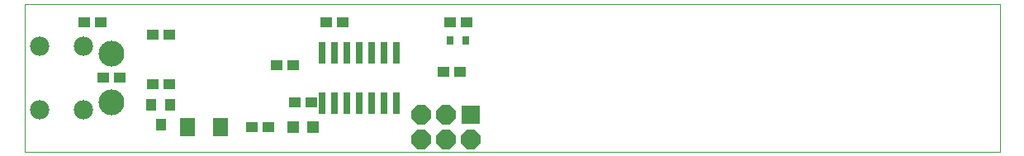
<source format=gts>
G75*
G70*
%OFA0B0*%
%FSLAX24Y24*%
%IPPOS*%
%LPD*%
%AMOC8*
5,1,8,0,0,1.08239X$1,22.5*
%
%ADD10C,0.0000*%
%ADD11R,0.0280X0.0910*%
%ADD12R,0.0780X0.0780*%
%ADD13OC8,0.0780*%
%ADD14R,0.0440X0.0490*%
%ADD15R,0.0473X0.0434*%
%ADD16C,0.0780*%
%ADD17R,0.0276X0.0355*%
%ADD18R,0.0512X0.0512*%
%ADD19C,0.1040*%
%ADD20R,0.0591X0.0749*%
D10*
X000151Y001048D02*
X000151Y007044D01*
X039533Y007044D01*
X039533Y001048D01*
X000151Y001048D01*
D11*
X012151Y003023D03*
X012651Y003023D03*
X013151Y003023D03*
X013651Y003023D03*
X014151Y003023D03*
X014651Y003023D03*
X015151Y003023D03*
X015151Y005073D03*
X014651Y005073D03*
X014151Y005073D03*
X013651Y005073D03*
X013151Y005073D03*
X012651Y005073D03*
X012151Y005073D03*
D12*
X018151Y002548D03*
D13*
X017151Y002548D03*
X016151Y002548D03*
X016151Y001548D03*
X017151Y001548D03*
X018151Y001548D03*
D14*
X006025Y002948D03*
X005277Y002948D03*
X005651Y002148D03*
D15*
X009317Y002048D03*
X009986Y002048D03*
X011067Y003048D03*
X011736Y003048D03*
X005986Y003798D03*
X005317Y003798D03*
X003986Y004048D03*
X003317Y004048D03*
X010317Y004548D03*
X010986Y004548D03*
X005986Y005798D03*
X005317Y005798D03*
X003236Y006298D03*
X002567Y006298D03*
X012317Y006298D03*
X012986Y006298D03*
X017317Y006298D03*
X017986Y006298D03*
X017736Y004298D03*
X017067Y004298D03*
D16*
X002541Y005328D03*
X000761Y005328D03*
X000761Y002768D03*
X002541Y002768D03*
D17*
X017336Y005548D03*
X017966Y005548D03*
D18*
X011815Y002048D03*
X010988Y002048D03*
D19*
X003651Y003064D03*
X003651Y005032D03*
D20*
X006732Y002048D03*
X008070Y002048D03*
M02*

</source>
